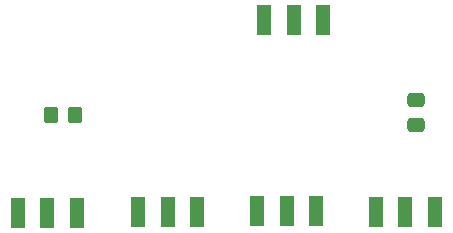
<source format=gbr>
%TF.GenerationSoftware,KiCad,Pcbnew,8.0.5*%
%TF.CreationDate,2024-11-11T16:35:56-08:00*%
%TF.ProjectId,Switch Lock,53776974-6368-4204-9c6f-636b2e6b6963,rev?*%
%TF.SameCoordinates,Original*%
%TF.FileFunction,Paste,Top*%
%TF.FilePolarity,Positive*%
%FSLAX46Y46*%
G04 Gerber Fmt 4.6, Leading zero omitted, Abs format (unit mm)*
G04 Created by KiCad (PCBNEW 8.0.5) date 2024-11-11 16:35:56*
%MOMM*%
%LPD*%
G01*
G04 APERTURE LIST*
G04 Aperture macros list*
%AMRoundRect*
0 Rectangle with rounded corners*
0 $1 Rounding radius*
0 $2 $3 $4 $5 $6 $7 $8 $9 X,Y pos of 4 corners*
0 Add a 4 corners polygon primitive as box body*
4,1,4,$2,$3,$4,$5,$6,$7,$8,$9,$2,$3,0*
0 Add four circle primitives for the rounded corners*
1,1,$1+$1,$2,$3*
1,1,$1+$1,$4,$5*
1,1,$1+$1,$6,$7*
1,1,$1+$1,$8,$9*
0 Add four rect primitives between the rounded corners*
20,1,$1+$1,$2,$3,$4,$5,0*
20,1,$1+$1,$4,$5,$6,$7,0*
20,1,$1+$1,$6,$7,$8,$9,0*
20,1,$1+$1,$8,$9,$2,$3,0*%
G04 Aperture macros list end*
%ADD10RoundRect,0.250000X0.475000X-0.337500X0.475000X0.337500X-0.475000X0.337500X-0.475000X-0.337500X0*%
%ADD11RoundRect,0.250000X-0.350000X-0.450000X0.350000X-0.450000X0.350000X0.450000X-0.350000X0.450000X0*%
%ADD12R,1.200000X2.500000*%
G04 APERTURE END LIST*
D10*
%TO.C,C1*%
X128090000Y-69527500D03*
X128090000Y-67452500D03*
%TD*%
D11*
%TO.C,R1*%
X97210000Y-68690000D03*
X99210000Y-68690000D03*
%TD*%
D12*
%TO.C,Status1*%
X120250000Y-60681750D03*
X117750000Y-60681750D03*
X115250000Y-60681750D03*
%TD*%
%TO.C,S2*%
X104570000Y-76940000D03*
X107070000Y-76940000D03*
X109570000Y-76940000D03*
%TD*%
%TO.C,S1*%
X94390000Y-76978250D03*
X96890000Y-76978250D03*
X99390000Y-76978250D03*
%TD*%
%TO.C,S4*%
X124700000Y-76888250D03*
X127200000Y-76888250D03*
X129700000Y-76888250D03*
%TD*%
%TO.C,S3*%
X114650000Y-76870000D03*
X117150000Y-76870000D03*
X119650000Y-76870000D03*
%TD*%
M02*

</source>
